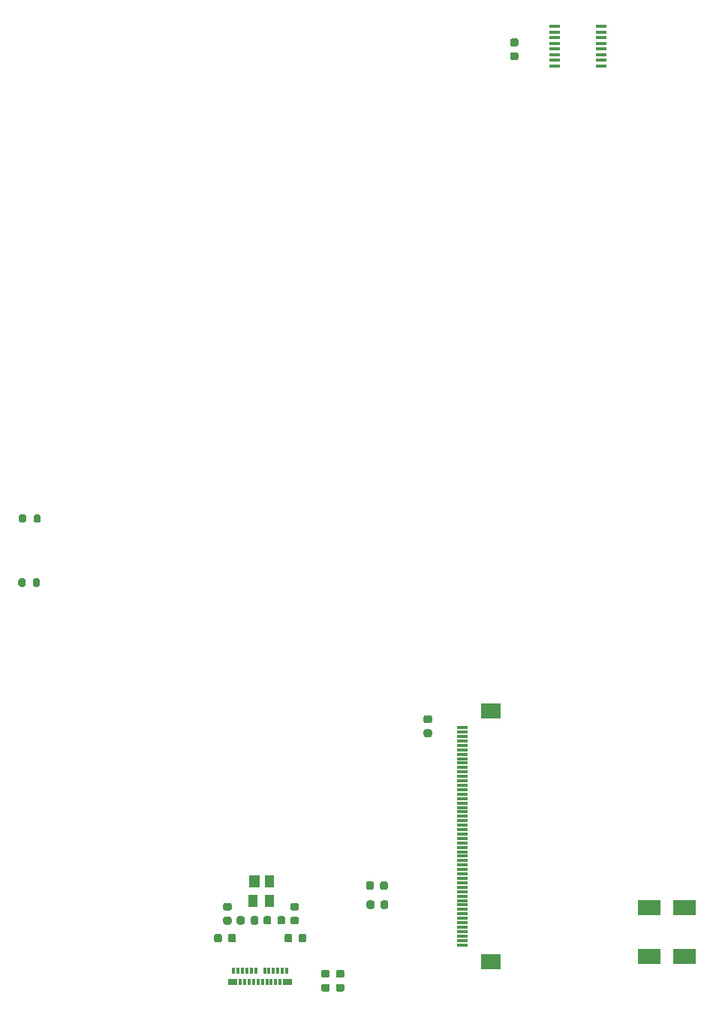
<source format=gbp>
G04 #@! TF.GenerationSoftware,KiCad,Pcbnew,(5.1.9)-1*
G04 #@! TF.CreationDate,2021-01-16T22:32:26-07:00*
G04 #@! TF.ProjectId,purplewizard-pogo,70757270-6c65-4776-997a-6172642d706f,1*
G04 #@! TF.SameCoordinates,Original*
G04 #@! TF.FileFunction,Paste,Bot*
G04 #@! TF.FilePolarity,Positive*
%FSLAX46Y46*%
G04 Gerber Fmt 4.6, Leading zero omitted, Abs format (unit mm)*
G04 Created by KiCad (PCBNEW (5.1.9)-1) date 2021-01-16 22:32:26*
%MOMM*%
%LPD*%
G01*
G04 APERTURE LIST*
%ADD10R,2.500000X1.800000*%
%ADD11R,1.300000X0.300000*%
%ADD12R,2.200000X1.800000*%
%ADD13R,1.000000X1.400000*%
%ADD14R,1.200000X1.400000*%
%ADD15R,1.000000X0.700000*%
%ADD16R,0.300000X0.700000*%
%ADD17R,1.200000X0.400000*%
G04 APERTURE END LIST*
D10*
X199165600Y-171283600D03*
X203165600Y-171283600D03*
G36*
G01*
X167220600Y-163529850D02*
X167220600Y-163017350D01*
G75*
G02*
X167439350Y-162798600I218750J0D01*
G01*
X167876850Y-162798600D01*
G75*
G02*
X168095600Y-163017350I0J-218750D01*
G01*
X168095600Y-163529850D01*
G75*
G02*
X167876850Y-163748600I-218750J0D01*
G01*
X167439350Y-163748600D01*
G75*
G02*
X167220600Y-163529850I0J218750D01*
G01*
G37*
G36*
G01*
X168795600Y-163529850D02*
X168795600Y-163017350D01*
G75*
G02*
X169014350Y-162798600I218750J0D01*
G01*
X169451850Y-162798600D01*
G75*
G02*
X169670600Y-163017350I0J-218750D01*
G01*
X169670600Y-163529850D01*
G75*
G02*
X169451850Y-163748600I-218750J0D01*
G01*
X169014350Y-163748600D01*
G75*
G02*
X168795600Y-163529850I0J218750D01*
G01*
G37*
D11*
X178035600Y-169953600D03*
X178035600Y-169453600D03*
X178035600Y-168953600D03*
X178035600Y-168453600D03*
X178035600Y-167953600D03*
X178035600Y-167453600D03*
X178035600Y-166953600D03*
X178035600Y-166453600D03*
X178035600Y-165953600D03*
X178035600Y-165453600D03*
X178035600Y-164953600D03*
X178035600Y-164453600D03*
X178035600Y-163953600D03*
X178035600Y-163453600D03*
X178035600Y-162953600D03*
X178035600Y-162453600D03*
X178035600Y-161953600D03*
X178035600Y-161453600D03*
X178035600Y-160953600D03*
X178035600Y-160453600D03*
X178035600Y-159953600D03*
X178035600Y-159453600D03*
X178035600Y-158953600D03*
X178035600Y-158453600D03*
X178035600Y-157953600D03*
X178035600Y-157453600D03*
X178035600Y-156953600D03*
X178035600Y-156453600D03*
X178035600Y-155953600D03*
X178035600Y-155453600D03*
X178035600Y-154953600D03*
X178035600Y-154453600D03*
X178035600Y-153953600D03*
X178035600Y-153453600D03*
X178035600Y-152953600D03*
X178035600Y-152453600D03*
X178035600Y-151953600D03*
X178035600Y-151453600D03*
X178035600Y-150953600D03*
X178035600Y-150453600D03*
X178035600Y-149953600D03*
X178035600Y-149453600D03*
X178035600Y-148953600D03*
X178035600Y-148453600D03*
X178035600Y-147953600D03*
X178035600Y-147453600D03*
X178035600Y-146953600D03*
X178035600Y-146453600D03*
X178035600Y-145953600D03*
X178035600Y-145453600D03*
D12*
X181285600Y-143553600D03*
X181285600Y-171853600D03*
D10*
X199165600Y-165743600D03*
X203165600Y-165743600D03*
G36*
G01*
X153492268Y-166937350D02*
X153492268Y-167449850D01*
G75*
G02*
X153273518Y-167668600I-218750J0D01*
G01*
X152836018Y-167668600D01*
G75*
G02*
X152617268Y-167449850I0J218750D01*
G01*
X152617268Y-166937350D01*
G75*
G02*
X152836018Y-166718600I218750J0D01*
G01*
X153273518Y-166718600D01*
G75*
G02*
X153492268Y-166937350I0J-218750D01*
G01*
G37*
G36*
G01*
X155067268Y-166937350D02*
X155067268Y-167449850D01*
G75*
G02*
X154848518Y-167668600I-218750J0D01*
G01*
X154411018Y-167668600D01*
G75*
G02*
X154192268Y-167449850I0J218750D01*
G01*
X154192268Y-166937350D01*
G75*
G02*
X154411018Y-166718600I218750J0D01*
G01*
X154848518Y-166718600D01*
G75*
G02*
X155067268Y-166937350I0J-218750D01*
G01*
G37*
G36*
G01*
X156518934Y-166927350D02*
X156518934Y-167439850D01*
G75*
G02*
X156300184Y-167658600I-218750J0D01*
G01*
X155862684Y-167658600D01*
G75*
G02*
X155643934Y-167439850I0J218750D01*
G01*
X155643934Y-166927350D01*
G75*
G02*
X155862684Y-166708600I218750J0D01*
G01*
X156300184Y-166708600D01*
G75*
G02*
X156518934Y-166927350I0J-218750D01*
G01*
G37*
G36*
G01*
X158093934Y-166927350D02*
X158093934Y-167439850D01*
G75*
G02*
X157875184Y-167658600I-218750J0D01*
G01*
X157437684Y-167658600D01*
G75*
G02*
X157218934Y-167439850I0J218750D01*
G01*
X157218934Y-166927350D01*
G75*
G02*
X157437684Y-166708600I218750J0D01*
G01*
X157875184Y-166708600D01*
G75*
G02*
X158093934Y-166927350I0J-218750D01*
G01*
G37*
G36*
G01*
X162369350Y-174353600D02*
X162881850Y-174353600D01*
G75*
G02*
X163100600Y-174572350I0J-218750D01*
G01*
X163100600Y-175009850D01*
G75*
G02*
X162881850Y-175228600I-218750J0D01*
G01*
X162369350Y-175228600D01*
G75*
G02*
X162150600Y-175009850I0J218750D01*
G01*
X162150600Y-174572350D01*
G75*
G02*
X162369350Y-174353600I218750J0D01*
G01*
G37*
G36*
G01*
X162369350Y-172778600D02*
X162881850Y-172778600D01*
G75*
G02*
X163100600Y-172997350I0J-218750D01*
G01*
X163100600Y-173434850D01*
G75*
G02*
X162881850Y-173653600I-218750J0D01*
G01*
X162369350Y-173653600D01*
G75*
G02*
X162150600Y-173434850I0J218750D01*
G01*
X162150600Y-172997350D01*
G75*
G02*
X162369350Y-172778600I218750J0D01*
G01*
G37*
D13*
X154425600Y-165003600D03*
X156325600Y-165003600D03*
X156325600Y-162803600D03*
D14*
X154605600Y-162803600D03*
G36*
G01*
X173919350Y-145643600D02*
X174431850Y-145643600D01*
G75*
G02*
X174650600Y-145862350I0J-218750D01*
G01*
X174650600Y-146299850D01*
G75*
G02*
X174431850Y-146518600I-218750J0D01*
G01*
X173919350Y-146518600D01*
G75*
G02*
X173700600Y-146299850I0J218750D01*
G01*
X173700600Y-145862350D01*
G75*
G02*
X173919350Y-145643600I218750J0D01*
G01*
G37*
G36*
G01*
X173919350Y-144068600D02*
X174431850Y-144068600D01*
G75*
G02*
X174650600Y-144287350I0J-218750D01*
G01*
X174650600Y-144724850D01*
G75*
G02*
X174431850Y-144943600I-218750J0D01*
G01*
X173919350Y-144943600D01*
G75*
G02*
X173700600Y-144724850I0J218750D01*
G01*
X173700600Y-144287350D01*
G75*
G02*
X173919350Y-144068600I218750J0D01*
G01*
G37*
G36*
G01*
X151821850Y-166093600D02*
X151309350Y-166093600D01*
G75*
G02*
X151090600Y-165874850I0J218750D01*
G01*
X151090600Y-165437350D01*
G75*
G02*
X151309350Y-165218600I218750J0D01*
G01*
X151821850Y-165218600D01*
G75*
G02*
X152040600Y-165437350I0J-218750D01*
G01*
X152040600Y-165874850D01*
G75*
G02*
X151821850Y-166093600I-218750J0D01*
G01*
G37*
G36*
G01*
X151821850Y-167668600D02*
X151309350Y-167668600D01*
G75*
G02*
X151090600Y-167449850I0J218750D01*
G01*
X151090600Y-167012350D01*
G75*
G02*
X151309350Y-166793600I218750J0D01*
G01*
X151821850Y-166793600D01*
G75*
G02*
X152040600Y-167012350I0J-218750D01*
G01*
X152040600Y-167449850D01*
G75*
G02*
X151821850Y-167668600I-218750J0D01*
G01*
G37*
G36*
G01*
X151655600Y-169449850D02*
X151655600Y-168937350D01*
G75*
G02*
X151874350Y-168718600I218750J0D01*
G01*
X152311850Y-168718600D01*
G75*
G02*
X152530600Y-168937350I0J-218750D01*
G01*
X152530600Y-169449850D01*
G75*
G02*
X152311850Y-169668600I-218750J0D01*
G01*
X151874350Y-169668600D01*
G75*
G02*
X151655600Y-169449850I0J218750D01*
G01*
G37*
G36*
G01*
X150080600Y-169449850D02*
X150080600Y-168937350D01*
G75*
G02*
X150299350Y-168718600I218750J0D01*
G01*
X150736850Y-168718600D01*
G75*
G02*
X150955600Y-168937350I0J-218750D01*
G01*
X150955600Y-169449850D01*
G75*
G02*
X150736850Y-169668600I-218750J0D01*
G01*
X150299350Y-169668600D01*
G75*
G02*
X150080600Y-169449850I0J218750D01*
G01*
G37*
G36*
G01*
X159585600Y-169449850D02*
X159585600Y-168937350D01*
G75*
G02*
X159804350Y-168718600I218750J0D01*
G01*
X160241850Y-168718600D01*
G75*
G02*
X160460600Y-168937350I0J-218750D01*
G01*
X160460600Y-169449850D01*
G75*
G02*
X160241850Y-169668600I-218750J0D01*
G01*
X159804350Y-169668600D01*
G75*
G02*
X159585600Y-169449850I0J218750D01*
G01*
G37*
G36*
G01*
X158010600Y-169449850D02*
X158010600Y-168937350D01*
G75*
G02*
X158229350Y-168718600I218750J0D01*
G01*
X158666850Y-168718600D01*
G75*
G02*
X158885600Y-168937350I0J-218750D01*
G01*
X158885600Y-169449850D01*
G75*
G02*
X158666850Y-169668600I-218750J0D01*
G01*
X158229350Y-169668600D01*
G75*
G02*
X158010600Y-169449850I0J218750D01*
G01*
G37*
G36*
G01*
X159401850Y-166083600D02*
X158889350Y-166083600D01*
G75*
G02*
X158670600Y-165864850I0J218750D01*
G01*
X158670600Y-165427350D01*
G75*
G02*
X158889350Y-165208600I218750J0D01*
G01*
X159401850Y-165208600D01*
G75*
G02*
X159620600Y-165427350I0J-218750D01*
G01*
X159620600Y-165864850D01*
G75*
G02*
X159401850Y-166083600I-218750J0D01*
G01*
G37*
G36*
G01*
X159401850Y-167658600D02*
X158889350Y-167658600D01*
G75*
G02*
X158670600Y-167439850I0J218750D01*
G01*
X158670600Y-167002350D01*
G75*
G02*
X158889350Y-166783600I218750J0D01*
G01*
X159401850Y-166783600D01*
G75*
G02*
X159620600Y-167002350I0J-218750D01*
G01*
X159620600Y-167439850D01*
G75*
G02*
X159401850Y-167658600I-218750J0D01*
G01*
G37*
D15*
X158365600Y-174153600D03*
D16*
X157515600Y-174153600D03*
X157015600Y-174153600D03*
X156515600Y-174153600D03*
X156015600Y-174153600D03*
X155515600Y-174153600D03*
X155015600Y-174153600D03*
X154515600Y-174153600D03*
X154015600Y-174153600D03*
X153515600Y-174153600D03*
X153015600Y-174153600D03*
D15*
X152165600Y-174153600D03*
D16*
X152265600Y-172853600D03*
X152765600Y-172853600D03*
X153265600Y-172853600D03*
X153765600Y-172853600D03*
X154265600Y-172853600D03*
X154765600Y-172853600D03*
X155765600Y-172853600D03*
X156265600Y-172853600D03*
X156765600Y-172853600D03*
X157265600Y-172853600D03*
X157765600Y-172853600D03*
X158265600Y-172853600D03*
G36*
G01*
X164039350Y-174353600D02*
X164551850Y-174353600D01*
G75*
G02*
X164770600Y-174572350I0J-218750D01*
G01*
X164770600Y-175009850D01*
G75*
G02*
X164551850Y-175228600I-218750J0D01*
G01*
X164039350Y-175228600D01*
G75*
G02*
X163820600Y-175009850I0J218750D01*
G01*
X163820600Y-174572350D01*
G75*
G02*
X164039350Y-174353600I218750J0D01*
G01*
G37*
G36*
G01*
X164039350Y-172778600D02*
X164551850Y-172778600D01*
G75*
G02*
X164770600Y-172997350I0J-218750D01*
G01*
X164770600Y-173434850D01*
G75*
G02*
X164551850Y-173653600I-218750J0D01*
G01*
X164039350Y-173653600D01*
G75*
G02*
X163820600Y-173434850I0J218750D01*
G01*
X163820600Y-172997350D01*
G75*
G02*
X164039350Y-172778600I218750J0D01*
G01*
G37*
G36*
G01*
X167270600Y-165679850D02*
X167270600Y-165167350D01*
G75*
G02*
X167489350Y-164948600I218750J0D01*
G01*
X167926850Y-164948600D01*
G75*
G02*
X168145600Y-165167350I0J-218750D01*
G01*
X168145600Y-165679850D01*
G75*
G02*
X167926850Y-165898600I-218750J0D01*
G01*
X167489350Y-165898600D01*
G75*
G02*
X167270600Y-165679850I0J218750D01*
G01*
G37*
G36*
G01*
X168845600Y-165679850D02*
X168845600Y-165167350D01*
G75*
G02*
X169064350Y-164948600I218750J0D01*
G01*
X169501850Y-164948600D01*
G75*
G02*
X169720600Y-165167350I0J-218750D01*
G01*
X169720600Y-165679850D01*
G75*
G02*
X169501850Y-165898600I-218750J0D01*
G01*
X169064350Y-165898600D01*
G75*
G02*
X168845600Y-165679850I0J218750D01*
G01*
G37*
G36*
G01*
X128780600Y-128818600D02*
X128780600Y-129368600D01*
G75*
G02*
X128580600Y-129568600I-200000J0D01*
G01*
X128180600Y-129568600D01*
G75*
G02*
X127980600Y-129368600I0J200000D01*
G01*
X127980600Y-128818600D01*
G75*
G02*
X128180600Y-128618600I200000J0D01*
G01*
X128580600Y-128618600D01*
G75*
G02*
X128780600Y-128818600I0J-200000D01*
G01*
G37*
G36*
G01*
X130430600Y-128818600D02*
X130430600Y-129368600D01*
G75*
G02*
X130230600Y-129568600I-200000J0D01*
G01*
X129830600Y-129568600D01*
G75*
G02*
X129630600Y-129368600I0J200000D01*
G01*
X129630600Y-128818600D01*
G75*
G02*
X129830600Y-128618600I200000J0D01*
G01*
X130230600Y-128618600D01*
G75*
G02*
X130430600Y-128818600I0J-200000D01*
G01*
G37*
G36*
G01*
X130510600Y-121598600D02*
X130510600Y-122148600D01*
G75*
G02*
X130310600Y-122348600I-200000J0D01*
G01*
X129910600Y-122348600D01*
G75*
G02*
X129710600Y-122148600I0J200000D01*
G01*
X129710600Y-121598600D01*
G75*
G02*
X129910600Y-121398600I200000J0D01*
G01*
X130310600Y-121398600D01*
G75*
G02*
X130510600Y-121598600I0J-200000D01*
G01*
G37*
G36*
G01*
X128860600Y-121598600D02*
X128860600Y-122148600D01*
G75*
G02*
X128660600Y-122348600I-200000J0D01*
G01*
X128260600Y-122348600D01*
G75*
G02*
X128060600Y-122148600I0J200000D01*
G01*
X128060600Y-121598600D01*
G75*
G02*
X128260600Y-121398600I200000J0D01*
G01*
X128660600Y-121398600D01*
G75*
G02*
X128860600Y-121598600I0J-200000D01*
G01*
G37*
G36*
G01*
X184175600Y-70178600D02*
X183675600Y-70178600D01*
G75*
G02*
X183450600Y-69953600I0J225000D01*
G01*
X183450600Y-69503600D01*
G75*
G02*
X183675600Y-69278600I225000J0D01*
G01*
X184175600Y-69278600D01*
G75*
G02*
X184400600Y-69503600I0J-225000D01*
G01*
X184400600Y-69953600D01*
G75*
G02*
X184175600Y-70178600I-225000J0D01*
G01*
G37*
G36*
G01*
X184175600Y-68628600D02*
X183675600Y-68628600D01*
G75*
G02*
X183450600Y-68403600I0J225000D01*
G01*
X183450600Y-67953600D01*
G75*
G02*
X183675600Y-67728600I225000J0D01*
G01*
X184175600Y-67728600D01*
G75*
G02*
X184400600Y-67953600I0J-225000D01*
G01*
X184400600Y-68403600D01*
G75*
G02*
X184175600Y-68628600I-225000J0D01*
G01*
G37*
D17*
X193695600Y-66361100D03*
X193695600Y-66996100D03*
X193695600Y-67631100D03*
X193695600Y-68266100D03*
X193695600Y-68901100D03*
X193695600Y-69536100D03*
X193695600Y-70171100D03*
X193695600Y-70806100D03*
X188495600Y-70806100D03*
X188495600Y-70171100D03*
X188495600Y-69536100D03*
X188495600Y-68901100D03*
X188495600Y-68266100D03*
X188495600Y-67631100D03*
X188495600Y-66996100D03*
X188495600Y-66361100D03*
M02*

</source>
